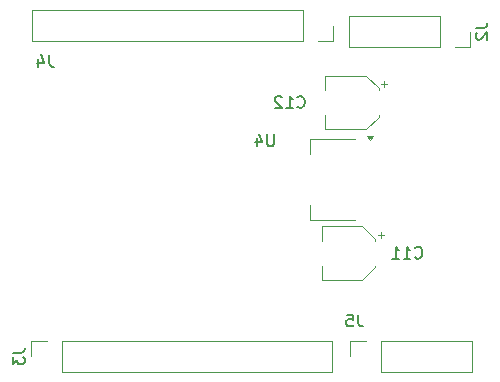
<source format=gbr>
%TF.GenerationSoftware,KiCad,Pcbnew,8.0.5-8.0.5-0~ubuntu24.04.1*%
%TF.CreationDate,2025-02-20T13:25:03+01:00*%
%TF.ProjectId,dev_board_M0,6465765f-626f-4617-9264-5f4d302e6b69,rev?*%
%TF.SameCoordinates,Original*%
%TF.FileFunction,Legend,Bot*%
%TF.FilePolarity,Positive*%
%FSLAX46Y46*%
G04 Gerber Fmt 4.6, Leading zero omitted, Abs format (unit mm)*
G04 Created by KiCad (PCBNEW 8.0.5-8.0.5-0~ubuntu24.04.1) date 2025-02-20 13:25:03*
%MOMM*%
%LPD*%
G01*
G04 APERTURE LIST*
%ADD10C,0.150000*%
%ADD11C,0.120000*%
G04 APERTURE END LIST*
D10*
X136083333Y-88454819D02*
X136083333Y-89169104D01*
X136083333Y-89169104D02*
X136130952Y-89311961D01*
X136130952Y-89311961D02*
X136226190Y-89407200D01*
X136226190Y-89407200D02*
X136369047Y-89454819D01*
X136369047Y-89454819D02*
X136464285Y-89454819D01*
X135130952Y-88454819D02*
X135607142Y-88454819D01*
X135607142Y-88454819D02*
X135654761Y-88931009D01*
X135654761Y-88931009D02*
X135607142Y-88883390D01*
X135607142Y-88883390D02*
X135511904Y-88835771D01*
X135511904Y-88835771D02*
X135273809Y-88835771D01*
X135273809Y-88835771D02*
X135178571Y-88883390D01*
X135178571Y-88883390D02*
X135130952Y-88931009D01*
X135130952Y-88931009D02*
X135083333Y-89026247D01*
X135083333Y-89026247D02*
X135083333Y-89264342D01*
X135083333Y-89264342D02*
X135130952Y-89359580D01*
X135130952Y-89359580D02*
X135178571Y-89407200D01*
X135178571Y-89407200D02*
X135273809Y-89454819D01*
X135273809Y-89454819D02*
X135511904Y-89454819D01*
X135511904Y-89454819D02*
X135607142Y-89407200D01*
X135607142Y-89407200D02*
X135654761Y-89359580D01*
X128961904Y-73204819D02*
X128961904Y-74014342D01*
X128961904Y-74014342D02*
X128914285Y-74109580D01*
X128914285Y-74109580D02*
X128866666Y-74157200D01*
X128866666Y-74157200D02*
X128771428Y-74204819D01*
X128771428Y-74204819D02*
X128580952Y-74204819D01*
X128580952Y-74204819D02*
X128485714Y-74157200D01*
X128485714Y-74157200D02*
X128438095Y-74109580D01*
X128438095Y-74109580D02*
X128390476Y-74014342D01*
X128390476Y-74014342D02*
X128390476Y-73204819D01*
X127485714Y-73538152D02*
X127485714Y-74204819D01*
X127723809Y-73157200D02*
X127961904Y-73871485D01*
X127961904Y-73871485D02*
X127342857Y-73871485D01*
X106844819Y-91666666D02*
X107559104Y-91666666D01*
X107559104Y-91666666D02*
X107701961Y-91619047D01*
X107701961Y-91619047D02*
X107797200Y-91523809D01*
X107797200Y-91523809D02*
X107844819Y-91380952D01*
X107844819Y-91380952D02*
X107844819Y-91285714D01*
X106844819Y-92047619D02*
X106844819Y-92666666D01*
X106844819Y-92666666D02*
X107225771Y-92333333D01*
X107225771Y-92333333D02*
X107225771Y-92476190D01*
X107225771Y-92476190D02*
X107273390Y-92571428D01*
X107273390Y-92571428D02*
X107321009Y-92619047D01*
X107321009Y-92619047D02*
X107416247Y-92666666D01*
X107416247Y-92666666D02*
X107654342Y-92666666D01*
X107654342Y-92666666D02*
X107749580Y-92619047D01*
X107749580Y-92619047D02*
X107797200Y-92571428D01*
X107797200Y-92571428D02*
X107844819Y-92476190D01*
X107844819Y-92476190D02*
X107844819Y-92190476D01*
X107844819Y-92190476D02*
X107797200Y-92095238D01*
X107797200Y-92095238D02*
X107749580Y-92047619D01*
X130942857Y-70859580D02*
X130990476Y-70907200D01*
X130990476Y-70907200D02*
X131133333Y-70954819D01*
X131133333Y-70954819D02*
X131228571Y-70954819D01*
X131228571Y-70954819D02*
X131371428Y-70907200D01*
X131371428Y-70907200D02*
X131466666Y-70811961D01*
X131466666Y-70811961D02*
X131514285Y-70716723D01*
X131514285Y-70716723D02*
X131561904Y-70526247D01*
X131561904Y-70526247D02*
X131561904Y-70383390D01*
X131561904Y-70383390D02*
X131514285Y-70192914D01*
X131514285Y-70192914D02*
X131466666Y-70097676D01*
X131466666Y-70097676D02*
X131371428Y-70002438D01*
X131371428Y-70002438D02*
X131228571Y-69954819D01*
X131228571Y-69954819D02*
X131133333Y-69954819D01*
X131133333Y-69954819D02*
X130990476Y-70002438D01*
X130990476Y-70002438D02*
X130942857Y-70050057D01*
X129990476Y-70954819D02*
X130561904Y-70954819D01*
X130276190Y-70954819D02*
X130276190Y-69954819D01*
X130276190Y-69954819D02*
X130371428Y-70097676D01*
X130371428Y-70097676D02*
X130466666Y-70192914D01*
X130466666Y-70192914D02*
X130561904Y-70240533D01*
X129609523Y-70050057D02*
X129561904Y-70002438D01*
X129561904Y-70002438D02*
X129466666Y-69954819D01*
X129466666Y-69954819D02*
X129228571Y-69954819D01*
X129228571Y-69954819D02*
X129133333Y-70002438D01*
X129133333Y-70002438D02*
X129085714Y-70050057D01*
X129085714Y-70050057D02*
X129038095Y-70145295D01*
X129038095Y-70145295D02*
X129038095Y-70240533D01*
X129038095Y-70240533D02*
X129085714Y-70383390D01*
X129085714Y-70383390D02*
X129657142Y-70954819D01*
X129657142Y-70954819D02*
X129038095Y-70954819D01*
X140892857Y-83609580D02*
X140940476Y-83657200D01*
X140940476Y-83657200D02*
X141083333Y-83704819D01*
X141083333Y-83704819D02*
X141178571Y-83704819D01*
X141178571Y-83704819D02*
X141321428Y-83657200D01*
X141321428Y-83657200D02*
X141416666Y-83561961D01*
X141416666Y-83561961D02*
X141464285Y-83466723D01*
X141464285Y-83466723D02*
X141511904Y-83276247D01*
X141511904Y-83276247D02*
X141511904Y-83133390D01*
X141511904Y-83133390D02*
X141464285Y-82942914D01*
X141464285Y-82942914D02*
X141416666Y-82847676D01*
X141416666Y-82847676D02*
X141321428Y-82752438D01*
X141321428Y-82752438D02*
X141178571Y-82704819D01*
X141178571Y-82704819D02*
X141083333Y-82704819D01*
X141083333Y-82704819D02*
X140940476Y-82752438D01*
X140940476Y-82752438D02*
X140892857Y-82800057D01*
X139940476Y-83704819D02*
X140511904Y-83704819D01*
X140226190Y-83704819D02*
X140226190Y-82704819D01*
X140226190Y-82704819D02*
X140321428Y-82847676D01*
X140321428Y-82847676D02*
X140416666Y-82942914D01*
X140416666Y-82942914D02*
X140511904Y-82990533D01*
X138988095Y-83704819D02*
X139559523Y-83704819D01*
X139273809Y-83704819D02*
X139273809Y-82704819D01*
X139273809Y-82704819D02*
X139369047Y-82847676D01*
X139369047Y-82847676D02*
X139464285Y-82942914D01*
X139464285Y-82942914D02*
X139559523Y-82990533D01*
X109913333Y-66454819D02*
X109913333Y-67169104D01*
X109913333Y-67169104D02*
X109960952Y-67311961D01*
X109960952Y-67311961D02*
X110056190Y-67407200D01*
X110056190Y-67407200D02*
X110199047Y-67454819D01*
X110199047Y-67454819D02*
X110294285Y-67454819D01*
X109008571Y-66788152D02*
X109008571Y-67454819D01*
X109246666Y-66407200D02*
X109484761Y-67121485D01*
X109484761Y-67121485D02*
X108865714Y-67121485D01*
X146034819Y-64166666D02*
X146749104Y-64166666D01*
X146749104Y-64166666D02*
X146891961Y-64119047D01*
X146891961Y-64119047D02*
X146987200Y-64023809D01*
X146987200Y-64023809D02*
X147034819Y-63880952D01*
X147034819Y-63880952D02*
X147034819Y-63785714D01*
X146130057Y-64595238D02*
X146082438Y-64642857D01*
X146082438Y-64642857D02*
X146034819Y-64738095D01*
X146034819Y-64738095D02*
X146034819Y-64976190D01*
X146034819Y-64976190D02*
X146082438Y-65071428D01*
X146082438Y-65071428D02*
X146130057Y-65119047D01*
X146130057Y-65119047D02*
X146225295Y-65166666D01*
X146225295Y-65166666D02*
X146320533Y-65166666D01*
X146320533Y-65166666D02*
X146463390Y-65119047D01*
X146463390Y-65119047D02*
X147034819Y-64547619D01*
X147034819Y-64547619D02*
X147034819Y-65166666D01*
D11*
%TO.C,J5*%
X135420000Y-90670000D02*
X136750000Y-90670000D01*
X135420000Y-92000000D02*
X135420000Y-90670000D01*
X138020000Y-93330000D02*
X138020000Y-90670000D01*
X145700000Y-90670000D02*
X138020000Y-90670000D01*
X145700000Y-93330000D02*
X138020000Y-93330000D01*
X145700000Y-93330000D02*
X145700000Y-90670000D01*
%TO.C,U4*%
X137080000Y-73690000D02*
X136840000Y-73360000D01*
X137320000Y-73360000D01*
X137080000Y-73690000D01*
G36*
X137080000Y-73690000D02*
G01*
X136840000Y-73360000D01*
X137320000Y-73360000D01*
X137080000Y-73690000D01*
G37*
X132040000Y-80410000D02*
X135800000Y-80410000D01*
X132040000Y-79150000D02*
X132040000Y-80410000D01*
X132040000Y-74850000D02*
X132040000Y-73590000D01*
X132040000Y-73590000D02*
X135800000Y-73590000D01*
%TO.C,J3*%
X108390000Y-90670000D02*
X109720000Y-90670000D01*
X108390000Y-92000000D02*
X108390000Y-90670000D01*
X110990000Y-93330000D02*
X110990000Y-90670000D01*
X133910000Y-90670000D02*
X110990000Y-90670000D01*
X133910000Y-93330000D02*
X110990000Y-93330000D01*
X133910000Y-93330000D02*
X133910000Y-90670000D01*
%TO.C,C12*%
X138300000Y-69190000D02*
X138300000Y-68690000D01*
X138050000Y-68940000D02*
X138550000Y-68940000D01*
X137810000Y-71560000D02*
X137810000Y-71695563D01*
X137810000Y-69440000D02*
X137810000Y-69304437D01*
X136745563Y-72760000D02*
X137810000Y-71695563D01*
X136745563Y-68240000D02*
X137810000Y-69304437D01*
X133290000Y-72760000D02*
X136745563Y-72760000D01*
X133290000Y-71560000D02*
X133290000Y-72760000D01*
X133290000Y-69440000D02*
X133290000Y-68240000D01*
X133290000Y-68240000D02*
X136745563Y-68240000D01*
%TO.C,C11*%
X132990000Y-80990000D02*
X136445563Y-80990000D01*
X132990000Y-82190000D02*
X132990000Y-80990000D01*
X132990000Y-84310000D02*
X132990000Y-85510000D01*
X132990000Y-85510000D02*
X136445563Y-85510000D01*
X136445563Y-80990000D02*
X137510000Y-82054437D01*
X136445563Y-85510000D02*
X137510000Y-84445563D01*
X137510000Y-82190000D02*
X137510000Y-82054437D01*
X137510000Y-84310000D02*
X137510000Y-84445563D01*
X137750000Y-81690000D02*
X138250000Y-81690000D01*
X138000000Y-81940000D02*
X138000000Y-81440000D01*
%TO.C,J4*%
X133990000Y-65330000D02*
X132660000Y-65330000D01*
X133990000Y-64000000D02*
X133990000Y-65330000D01*
X131390000Y-62670000D02*
X131390000Y-65330000D01*
X108470000Y-65330000D02*
X131390000Y-65330000D01*
X108470000Y-62670000D02*
X131390000Y-62670000D01*
X108470000Y-62670000D02*
X108470000Y-65330000D01*
%TO.C,J2*%
X135300000Y-63170000D02*
X135300000Y-65830000D01*
X135300000Y-63170000D02*
X142980000Y-63170000D01*
X135300000Y-65830000D02*
X142980000Y-65830000D01*
X142980000Y-63170000D02*
X142980000Y-65830000D01*
X145580000Y-64500000D02*
X145580000Y-65830000D01*
X145580000Y-65830000D02*
X144250000Y-65830000D01*
%TD*%
M02*

</source>
